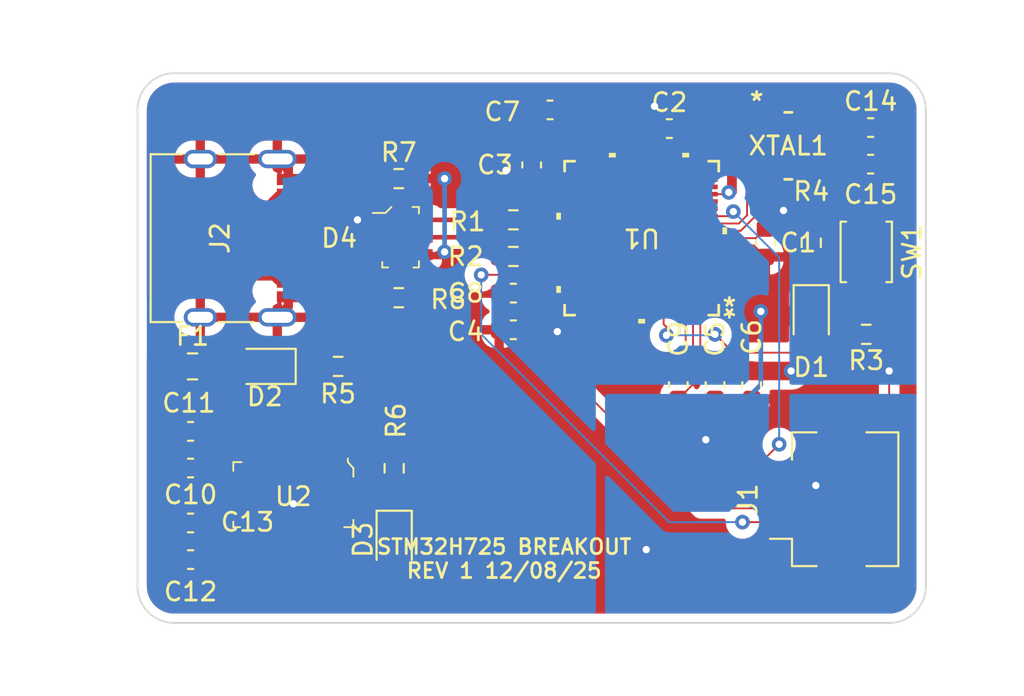
<source format=kicad_pcb>
(kicad_pcb (version 20211014) (generator pcbnew)
  (layers (0 "F.Cu" signal) (31 "B.Cu" signal) (34 "B.Paste" user) (35 "F.Paste" user) (36 "B.SilkS" user "B.Silkscreen") (37 "F.SilkS" user "F.Silkscreen") (38 "B.Mask" user) (39 "F.Mask" user) (44 "Edge.Cuts" user))
  (net 0 "")
  (net 1 "GND")
  (net 2 "+5V")
  (net 3 "+3V3")
  (net 4 "Net-(D1-Pad1)")
  (net 5 "Net-(D1-Pad2)")
  (net 6 "Net-(D2-Pad1)")
  (net 7 "USB_D+")
  (net 8 "USB_D-")
  (net 16 "OSC_IN")
  (net 17 "OSC_OUT")
  (net 18 "NRST")
  (net 21 "+3.3VA")
  (net 46 "SWDIO")
  (net 47 "SWCLK")
  (net 53 "SWO")
  (net 61 "Net-(D3-Pad1)")
  (net 62 "Net-(C7-Pad1)")
  (net 63 "Net-(C8-Pad1)")
  (net 64 "Net-(C9-Pad1)")
  (net 65 "Net-(C14-Pad1)")
  (net 66 "Net-(C15-Pad1)")
  (net 67 "Net-(U1-Pad46)")
  (net 68 "Net-(U1-Pad47)")
  (net 69 "Net-(R3-Pad1)")
  (net 70 "Net-(J2-PadA7)")
  (net 71 "Net-(J2-PadA6)")
  (net 72 "Net-(J2-PadA4)")
  (net 73 "Net-(J2-PadA5)")
  (net 75 "Net-(J2-PadB5)")
  (net 77 "SDO")
  (footprint "Capacitor_SMD:C_0603_1608Metric" (layer "F.Cu") (at 24.394983 52.54556 180)
    (fp_text reference "C13" (at -3.105017 0.04556) (layer "F.SilkS"))
    (fp_text value "1u")
    (pad "1" smd roundrect (at -0.775 0 180) (size 0.9 0.95) (layers "F.Cu" "F.Paste" "F.Mask") (net 3 "+3V3"))
    (pad "2" smd roundrect (at 0.775 0 180) (size 0.9 0.95) (layers "F.Cu" "F.Paste" "F.Mask") (net 1 "GND"))
  )
  (footprint "Capacitor_SMD:C_0603_1608Metric" (layer "F.Cu") (at 50.51 31.02)
    (fp_text reference "C2" (at 0 -1.43) (layer "F.SilkS"))
    (fp_text value "0.1u")
    (pad "1" smd roundrect (at -0.775 0) (size 0.9 0.95) (layers "F.Cu" "F.Paste" "F.Mask") (net 3 "+3V3"))
    (pad "2" smd roundrect (at 0.775 0) (size 0.9 0.95) (layers "F.Cu" "F.Paste" "F.Mask") (net 1 "GND"))
  )
  (footprint "Capacitor_SMD:C_0603_1608Metric" (layer "F.Cu") (at 55 45 -90)
    (fp_text reference "C6" (at -2.6 0 -90) (layer "F.SilkS"))
    (fp_text value "4.7u")
    (pad "1" smd roundrect (at -0.775 0 270) (size 0.9 0.95) (layers "F.Cu" "F.Paste" "F.Mask") (net 3 "+3V3"))
    (pad "2" smd roundrect (at 0.775 0 270) (size 0.9 0.95) (layers "F.Cu" "F.Paste" "F.Mask") (net 1 "GND"))
  )
  (footprint "Resistor_SMD:R_0603_1608Metric" (layer "F.Cu") (at 35.75 33.75)
    (fp_text reference "R7" (at 0 -1.43) (layer "F.SilkS"))
    (fp_text value "5.1k")
    (pad "1" smd roundrect (at -0.825 0) (size 0.8 0.95) (layers "F.Cu" "F.Paste" "F.Mask") (net 73 "Net-(J2-PadA5)"))
    (pad "2" smd roundrect (at 0.825 0) (size 0.8 0.95) (layers "F.Cu" "F.Paste" "F.Mask") (net 1 "GND"))
  )
  (footprint "LED_SMD:LED_0805_2012Metric" (layer "F.Cu") (at 35.5 53.5625 -90)
    (fp_text reference "D3" (at -0.1 1.7 90) (layer "F.SilkS"))
    (fp_text value "LED")
    (pad "1" smd roundrect (at -0.9375 0 270) (size 0.975 1.4) (layers "F.Cu" "F.Paste" "F.Mask") (net 61 "Net-(D3-Pad1)"))
    (pad "2" smd roundrect (at 0.9375 0 270) (size 0.975 1.4) (layers "F.Cu" "F.Paste" "F.Mask") (net 3 "+3V3"))
  )
  (footprint "Capacitor_SMD:C_0603_1608Metric" (layer "F.Cu") (at 42 40 180)
    (fp_text reference "C8" (at 2.6 0) (layer "F.SilkS"))
    (fp_text value "2.2u")
    (pad "1" smd roundrect (at -0.775 0 180) (size 0.9 0.95) (layers "F.Cu" "F.Paste" "F.Mask") (net 63 "Net-(C8-Pad1)"))
    (pad "2" smd roundrect (at 0.775 0 180) (size 0.9 0.95) (layers "F.Cu" "F.Paste" "F.Mask") (net 1 "GND"))
  )
  (footprint "Capacitor_SMD:C_0603_1608Metric" (layer "F.Cu") (at 24.394983 49.54556 180)
    (fp_text reference "C10" (at 0 -1.45444) (layer "F.SilkS"))
    (fp_text value "22u")
    (pad "1" smd roundrect (at -0.775 0 180) (size 0.9 0.95) (layers "F.Cu" "F.Paste" "F.Mask") (net 2 "+5V"))
    (pad "2" smd roundrect (at 0.775 0 180) (size 0.9 0.95) (layers "F.Cu" "F.Paste" "F.Mask") (net 1 "GND"))
  )
  (footprint "LED_SMD:LED_0805_2012Metric" (layer "F.Cu") (at 58.25 41.25 -90)
    (fp_text reference "D1" (at 2.8 0) (layer "F.SilkS"))
    (fp_text value "LED")
    (pad "1" smd roundrect (at -0.9375 0 270) (size 0.975 1.4) (layers "F.Cu" "F.Paste" "F.Mask") (net 4 "Net-(D1-Pad1)"))
    (pad "2" smd roundrect (at 0.9375 0 270) (size 0.975 1.4) (layers "F.Cu" "F.Paste" "F.Mask") (net 5 "Net-(D1-Pad2)"))
  )
  (footprint "Button_Switch_SMD:SW_SPST_B3U-1000P" (layer "F.Cu") (at 61.25 37.75 -90)
    (fp_text reference "SW1" (at 0 -2.5 90) (layer "F.SilkS"))
    (fp_text value "SW_SPDT")
    (pad "1" smd rect (at -1.7 0 270) (size 0.9 1.7) (layers "F.Cu" "F.Paste" "F.Mask") (net 3 "+3V3"))
    (pad "2" smd rect (at 1.7 0 270) (size 0.9 1.7) (layers "F.Cu" "F.Paste" "F.Mask") (net 5 "Net-(D1-Pad2)"))
  )
  (footprint "Resistor_SMD:R_0603_1608Metric" (layer "F.Cu") (at 35.75 40.25)
    (fp_text reference "R8" (at 2.7 0.1) (layer "F.SilkS"))
    (fp_text value "5.1k")
    (pad "1" smd roundrect (at -0.825 0) (size 0.8 0.95) (layers "F.Cu" "F.Paste" "F.Mask") (net 75 "Net-(J2-PadB5)"))
    (pad "2" smd roundrect (at 0.825 0) (size 0.8 0.95) (layers "F.Cu" "F.Paste" "F.Mask") (net 1 "GND"))
  )
  (footprint "Capacitor_SMD:C_0603_1608Metric" (layer "F.Cu") (at 51 45 -90)
    (fp_text reference "C9" (at -2.5 0 90) (layer "F.SilkS"))
    (fp_text value "2.2u")
    (pad "1" smd roundrect (at -0.775 0 270) (size 0.9 0.95) (layers "F.Cu" "F.Paste" "F.Mask") (net 64 "Net-(C9-Pad1)"))
    (pad "2" smd roundrect (at 0.775 0 270) (size 0.9 0.95) (layers "F.Cu" "F.Paste" "F.Mask") (net 1 "GND"))
  )
  (footprint "RH100_8_00_10_1010_EXT_TR:RH100_RAL" (layer "F.Cu") (at 57 31.9605)
    (fp_text reference "XTAL1" (at 0 0 unlocked) (layer "F.SilkS"))
    (fp_text value "RH100-8.000-10-1010-EXT-TR")
    (fp_text user "*" (at -1.7272 -2.413 unlocked) (layer "F.SilkS"))
    (fp_text user "*" (at -1.7272 -2.413) (layer "F.SilkS"))
    (pad "1" smd rect (at -1.1684 -1.4605) (size 1.27 1.397) (layers "F.Cu" "F.Paste" "F.Mask") (net 17 "OSC_OUT"))
    (pad "2" smd rect (at -1.1684 1.4605) (size 1.27 1.397) (layers "F.Cu" "F.Paste" "F.Mask") (net 66 "Net-(C15-Pad1)"))
    (pad "3" smd rect (at 1.1684 1.4605) (size 1.27 1.397) (layers "F.Cu" "F.Paste" "F.Mask") (net 16 "OSC_IN"))
    (pad "4" smd rect (at 1.1684 -1.4605) (size 1.27 1.397) (layers "F.Cu" "F.Paste" "F.Mask") (net 65 "Net-(C14-Pad1)"))
  )
  (footprint "Resistor_SMD:R_0603_1608Metric" (layer "F.Cu") (at 58.25 37.25 90)
    (fp_text reference "R4" (at 2.8 0) (layer "F.SilkS"))
    (fp_text value "330")
    (pad "1" smd roundrect (at -0.825 0 90) (size 0.8 0.95) (layers "F.Cu" "F.Paste" "F.Mask") (net 4 "Net-(D1-Pad1)"))
    (pad "2" smd roundrect (at 0.825 0 90) (size 0.8 0.95) (layers "F.Cu" "F.Paste" "F.Mask") (net 1 "GND"))
  )
  (footprint "digikey-footprints:SOT23-6L" (layer "F.Cu") (at 35.85 36.95 -90)
    (fp_text reference "D4" (at 0.05 3.35 180) (layer "F.SilkS"))
    (fp_text value "USBLC6-4SC6")
    (pad "1" smd rect locked (at -0.95 1.15 270) (size 0.6 1.2) (layers "F.Cu" "F.Paste" "F.Mask") (net 3 "+3V3"))
    (pad "2" smd rect locked (at 0 1.15 270) (size 0.6 1.2) (layers "F.Cu" "F.Paste" "F.Mask") (net 70 "Net-(J2-PadA7)"))
    (pad "3" smd rect locked (at 0.95 1.15 270) (size 0.6 1.2) (layers "F.Cu" "F.Paste" "F.Mask") (net 71 "Net-(J2-PadA6)"))
    (pad "4" smd rect locked (at 0.95 -1.15 270) (size 0.6 1.2) (layers "F.Cu" "F.Paste" "F.Mask") (net 1 "GND"))
    (pad "5" smd rect locked (at 0 -1.15 270) (size 0.6 1.2) (layers "F.Cu" "F.Paste" "F.Mask") (net 7 "USB_D+"))
    (pad "6" smd rect locked (at -0.95 -1.15 270) (size 0.6 1.2) (layers "F.Cu" "F.Paste" "F.Mask") (net 8 "USB_D-"))
  )
  (footprint "LED_SMD:LED_0805_2012Metric" (layer "F.Cu") (at 28.44375 44 180)
    (fp_text reference "D2" (at 0 -1.65) (layer "F.SilkS"))
    (fp_text value "LED")
    (pad "1" smd roundrect (at -0.9375 0 180) (size 0.975 1.4) (layers "F.Cu" "F.Paste" "F.Mask") (net 6 "Net-(D2-Pad1)"))
    (pad "2" smd roundrect (at 0.9375 0 180) (size 0.975 1.4) (layers "F.Cu" "F.Paste" "F.Mask") (net 2 "+5V"))
  )
  (footprint "Resistor_SMD:R_0603_1608Metric" (layer "F.Cu") (at 35.5 49.5625 90)
    (fp_text reference "R6" (at 2.6 0.1 90) (layer "F.SilkS"))
    (fp_text value "330")
    (pad "1" smd roundrect (at -0.825 0 90) (size 0.8 0.95) (layers "F.Cu" "F.Paste" "F.Mask") (net 61 "Net-(D3-Pad1)"))
    (pad "2" smd roundrect (at 0.825 0 90) (size 0.8 0.95) (layers "F.Cu" "F.Paste" "F.Mask") (net 1 "GND"))
  )
  (footprint "Connector_FFC-FPC:Hirose_FH12-8S-0.5SH_1x08-1MP_P0.50mm_Horizontal" (layer "F.Cu") (at 58.5 51.25 90)
    (fp_text reference "J1" (at 0 -3.7 90) (layer "F.SilkS"))
    (fp_text value "Conn_01x06")
    (pad "1" smd rect (at -1.75 -1.85 90) (size 0.3 1.3) (layers "F.Cu" "F.Paste" "F.Mask") (net 3 "+3V3"))
    (pad "2" smd rect (at -1.25 -1.85 90) (size 0.3 1.3) (layers "F.Cu" "F.Paste" "F.Mask") (net 46 "SWDIO"))
    (pad "3" smd rect (at -0.75 -1.85 90) (size 0.3 1.3) (layers "F.Cu" "F.Paste" "F.Mask") (net 47 "SWCLK"))
    (pad "4" smd rect (at -0.25 -1.85 90) (size 0.3 1.3) (layers "F.Cu" "F.Paste" "F.Mask") (net 77 "SDO"))
    (pad "5" smd rect (at 0.25 -1.85 90) (size 0.3 1.3) (layers "F.Cu" "F.Paste" "F.Mask") (net 18 "NRST"))
    (pad "6" smd rect (at 0.75 -1.85 90) (size 0.3 1.3) (layers "F.Cu" "F.Paste" "F.Mask") (net 1 "GND"))
    (pad "7" smd rect (at 1.25 -1.85 90) (size 0.3 1.3) (layers "F.Cu" "F.Paste" "F.Mask"))
    (pad "8" smd rect (at 1.75 -1.85 90) (size 0.3 1.3) (layers "F.Cu" "F.Paste" "F.Mask"))
    (pad "MP" smd rect (at -3.65 1.4 90) (size 1.8 2.2) (layers "F.Cu" "F.Paste" "F.Mask"))
    (pad "MP" smd rect (at 3.65 1.4 90) (size 1.8 2.2) (layers "F.Cu" "F.Paste" "F.Mask"))
  )
  (footprint "Capacitor_SMD:C_0603_1608Metric" (layer "F.Cu") (at 43 33 90)
    (fp_text reference "C3" (at 0 -2 180) (layer "F.SilkS"))
    (fp_text value "0.1u")
    (pad "1" smd roundrect (at -0.775 0 90) (size 0.9 0.95) (layers "F.Cu" "F.Paste" "F.Mask") (net 3 "+3V3"))
    (pad "2" smd roundrect (at 0.775 0 90) (size 0.9 0.95) (layers "F.Cu" "F.Paste" "F.Mask") (net 1 "GND"))
  )
  (footprint "Fuse:Fuse_0805_2012Metric" (layer "F.Cu") (at 24.5 44)
    (fp_text reference "F1" (at 0 -1.65) (layer "F.SilkS"))
    (fp_text value "500mA")
    (pad "1" smd roundrect (at -0.9375 0) (size 0.975 1.4) (layers "F.Cu" "F.Paste" "F.Mask") (net 72 "Net-(J2-PadA4)"))
    (pad "2" smd roundrect (at 0.9375 0) (size 0.975 1.4) (layers "F.Cu" "F.Paste" "F.Mask") (net 2 "+5V"))
  )
  (footprint "Capacitor_SMD:C_0603_1608Metric" (layer "F.Cu") (at 44 30 180)
    (fp_text reference "C7" (at 2.6 -0.1) (layer "F.SilkS"))
    (fp_text value "2.2u")
    (pad "1" smd roundrect (at -0.775 0 180) (size 0.9 0.95) (layers "F.Cu" "F.Paste" "F.Mask") (net 62 "Net-(C7-Pad1)"))
    (pad "2" smd roundrect (at 0.775 0 180) (size 0.9 0.95) (layers "F.Cu" "F.Paste" "F.Mask") (net 1 "GND"))
  )
  (footprint "Connector_USB:USB_C_Receptacle_G-Switch_GT-USB-7010ASV" (layer "F.Cu") (at 26 37 -90)
    (fp_text reference "J2" (at 0 0 90) (layer "F.SilkS"))
    (fp_text value "USB_C_Receptacle_USB2.0" hide)
    (pad "" np_thru_hole circle (at -2.89 -2.605 270) (size 0.65 0.65) (drill 0.65) (layers *.Cu *.Mask))
    (pad "" np_thru_hole circle (at 2.89 -2.605 270) (size 0.65 0.65) (drill 0.65) (layers *.Cu *.Mask))
    (pad "A1" smd rect (at -3.2 -3.725 270) (size 0.6 1.24) (layers "F.Cu" "F.Paste" "F.Mask") (net 1 "GND"))
    (pad "A4" smd rect (at -2.4 -3.725 270) (size 0.6 1.24) (layers "F.Cu" "F.Paste" "F.Mask") (net 72 "Net-(J2-PadA4)"))
    (pad "A5" smd rect (at -1.25 -3.725 270) (size 0.3 1.24) (layers "F.Cu" "F.Paste" "F.Mask") (net 73 "Net-(J2-PadA5)"))
    (pad "A6" smd rect (at -0.25 -3.725 270) (size 0.3 1.24) (layers "F.Cu" "F.Paste" "F.Mask") (net 71 "Net-(J2-PadA6)"))
    (pad "A7" smd rect (at 0.25 -3.725 270) (size 0.3 1.24) (layers "F.Cu" "F.Paste" "F.Mask") (net 70 "Net-(J2-PadA7)"))
    (pad "A8" smd rect (at 1.25 -3.725 270) (size 0.3 1.24) (layers "F.Cu" "F.Paste" "F.Mask"))
    (pad "A9" smd rect (at 2.4 -3.725 270) (size 0.6 1.24) (layers "F.Cu" "F.Paste" "F.Mask") (net 72 "Net-(J2-PadA4)"))
    (pad "A12" smd rect (at 3.2 -3.725 270) (size 0.6 1.24) (layers "F.Cu" "F.Paste" "F.Mask") (net 1 "GND"))
    (pad "B1" smd rect (at 3.2 -3.725 270) (size 0.6 1.24) (layers "F.Cu" "F.Paste" "F.Mask") (net 1 "GND"))
    (pad "B4" smd rect (at 2.4 -3.725 270) (size 0.6 1.24) (layers "F.Cu" "F.Paste" "F.Mask") (net 72 "Net-(J2-PadA4)"))
    (pad "B5" smd rect (at 1.75 -3.725 270) (size 0.3 1.24) (layers "F.Cu" "F.Paste" "F.Mask") (net 75 "Net-(J2-PadB5)"))
    (pad "B6" smd rect (at 0.75 -3.725 270) (size 0.3 1.24) (layers "F.Cu" "F.Paste" "F.Mask") (net 71 "Net-(J2-PadA6)"))
    (pad "B7" smd rect (at -0.75 -3.725 270) (size 0.3 1.24) (layers "F.Cu" "F.Paste" "F.Mask") (net 70 "Net-(J2-PadA7)"))
    (pad "B8" smd rect (at -1.75 -3.725 270) (size 0.3 1.24) (layers "F.Cu" "F.Paste" "F.Mask"))
    (pad "B9" smd rect (at -2.4 -3.725 270) (size 0.6 1.24) (layers "F.Cu" "F.Paste" "F.Mask") (net 72 "Net-(J2-PadA4)"))
    (pad "B12" smd rect (at -3.2 -3.725 270) (size 0.6 1.24) (layers "F.Cu" "F.Paste" "F.Mask") (net 1 "GND"))
    (pad "S1" thru_hole oval (at 4.32 1.075 270) (size 1 1.8) (drill oval 0.6 1.4) (layers *.Cu *.Mask) (net 1 "GND"))
    (pad "S1" thru_hole oval (at -4.32 1.075 270) (size 1 1.8) (drill oval 0.6 1.4) (layers *.Cu *.Mask) (net 1 "GND"))
    (pad "S1" thru_hole oval (at 4.32 -3.125 270) (size 1 2.1) (drill oval 0.6 1.7) (layers *.Cu *.Mask) (net 1 "GND"))
    (pad "S1" thru_hole oval (at -4.32 -3.125 270) (size 1 2.1) (drill oval 0.6 1.7) (layers *.Cu *.Mask) (net 1 "GND"))
  )
  (footprint "Resistor_SMD:R_0603_1608Metric" (layer "F.Cu") (at 42 36)
    (fp_text reference "R1" (at -2.5 0.1) (layer "F.SilkS"))
    (fp_text value "22")
    (pad "1" smd roundrect (at -0.825 0) (size 0.8 0.95) (layers "F.Cu" "F.Paste" "F.Mask") (net 8 "USB_D-"))
    (pad "2" smd roundrect (at 0.825 0) (size 0.8 0.95) (layers "F.Cu" "F.Paste" "F.Mask") (net 67 "Net-(U1-Pad46)"))
  )
  (footprint "Resistor_SMD:R_0603_1608Metric" (layer "F.Cu") (at 61.25 42.25 180)
    (fp_text reference "R3" (at 0 -1.43) (layer "F.SilkS"))
    (fp_text value "22")
    (pad "1" smd roundrect (at -0.825 0 180) (size 0.8 0.95) (layers "F.Cu" "F.Paste" "F.Mask") (net 69 "Net-(R3-Pad1)"))
    (pad "2" smd roundrect (at 0.825 0 180) (size 0.8 0.95) (layers "F.Cu" "F.Paste" "F.Mask") (net 5 "Net-(D1-Pad2)"))
  )
  (footprint "Capacitor_SMD:C_0603_1608Metric" (layer "F.Cu") (at 24.394983 54.54556 180)
    (fp_text reference "C12" (at 0 -1.75444) (layer "F.SilkS"))
    (fp_text value "10u")
    (pad "1" smd roundrect (at -0.775 0 180) (size 0.9 0.95) (layers "F.Cu" "F.Paste" "F.Mask") (net 3 "+3V3"))
    (pad "2" smd roundrect (at 0.775 0 180) (size 0.9 0.95) (layers "F.Cu" "F.Paste" "F.Mask") (net 1 "GND"))
  )
  (footprint "stm32h725rgtv6:VFQFPN68_8x8mm_STM" (layer "F.Cu") (at 49 37 180)
    (fp_text reference "U1" (at 0 0 180 unlocked) (layer "F.SilkS"))
    (fp_text value "STM32H725RGV6")
    (fp_text user "*" (at -4.785 -3.781 180 unlocked) (layer "F.SilkS"))
    (fp_text user "*" (at -4.785 -3.781 180) (layer "F.SilkS"))
    (pad "1" smd rect (at -3.824999 -3.199999 270) (size 0.25 0.65) (layers "F.Cu" "F.Paste" "F.Mask"))
    (pad "2" smd rect (at -3.824999 -2.799999 270) (size 0.25 0.65) (layers "F.Cu" "F.Paste" "F.Mask"))
    (pad "3" smd rect (at -3.824999 -2.4 270) (size 0.25 0.65) (layers "F.Cu" "F.Paste" "F.Mask"))
    (pad "4" smd rect (at -3.824999 -2.000001 270) (size 0.25 0.65) (layers "F.Cu" "F.Paste" "F.Mask"))
    (pad "5" smd rect (at -3.824999 -1.599999 270) (size 0.25 0.65) (layers "F.Cu" "F.Paste" "F.Mask"))
    (pad "6" smd rect (at -3.824999 -1.2 270) (size 0.25 0.65) (layers "F.Cu" "F.Paste" "F.Mask"))
    (pad "7" smd rect (at -3.824999 -0.800001 270) (size 0.25 0.65) (layers "F.Cu" "F.Paste" "F.Mask"))
    (pad "8" smd rect (at -3.824999 -0.399999 270) (size 0.25 0.65) (layers "F.Cu" "F.Paste" "F.Mask") (net 1 "GND"))
    (pad "9" smd rect (at -3.824999 0 270) (size 0.25 0.65) (layers "F.Cu" "F.Paste" "F.Mask") (net 3 "+3V3"))
    (pad "10" smd rect (at -3.824999 0.399999 270) (size 0.25 0.65) (layers "F.Cu" "F.Paste" "F.Mask") (net 16 "OSC_IN"))
    (pad "11" smd rect (at -3.824999 0.800001 270) (size 0.25 0.65) (layers "F.Cu" "F.Paste" "F.Mask") (net 17 "OSC_OUT"))
    (pad "12" smd rect (at -3.824999 1.2 270) (size 0.25 0.65) (layers "F.Cu" "F.Paste" "F.Mask") (net 18 "NRST"))
    (pad "13" smd rect (at -3.824999 1.599999 270) (size 0.25 0.65) (layers "F.Cu" "F.Paste" "F.Mask"))
    (pad "14" smd rect (at -3.824999 1.999999 270) (size 0.25 0.65) (layers "F.Cu" "F.Paste" "F.Mask"))
    (pad "15" smd rect (at -3.824999 2.4 270) (size 0.25 0.65) (layers "F.Cu" "F.Paste" "F.Mask") (net 1 "GND"))
    (pad "16" smd rect (at -3.824999 2.799999 270) (size 0.25 0.65) (layers "F.Cu" "F.Paste" "F.Mask") (net 21 "+3.3VA"))
    (pad "17" smd rect (at -3.824999 3.199999 270) (size 0.25 0.65) (layers "F.Cu" "F.Paste" "F.Mask"))
    (pad "18" smd rect (at -3.199999 3.824999 180) (size 0.25 0.65) (layers "F.Cu" "F.Paste" "F.Mask"))
    (pad "19" smd rect (at -2.799999 3.824999 180) (size 0.25 0.65) (layers "F.Cu" "F.Paste" "F.Mask"))
    (pad "20" smd rect (at -2.4 3.824999 180) (size 0.25 0.65) (layers "F.Cu" "F.Paste" "F.Mask"))
    (pad "21" smd rect (at -1.999999 3.824999 180) (size 0.25 0.65) (layers "F.Cu" "F.Paste" "F.Mask") (net 1 "GND"))
    (pad "22" smd rect (at -1.599999 3.824999 180) (size 0.25 0.65) (layers "F.Cu" "F.Paste" "F.Mask") (net 3 "+3V3"))
    (pad "23" smd rect (at -1.2 3.824999 180) (size 0.25 0.65) (layers "F.Cu" "F.Paste" "F.Mask"))
    (pad "24" smd rect (at -0.800001 3.824999 180) (size 0.25 0.65) (layers "F.Cu" "F.Paste" "F.Mask"))
    (pad "25" smd rect (at -0.399999 3.824999 180) (size 0.25 0.65) (layers "F.Cu" "F.Paste" "F.Mask"))
    (pad "26" smd rect (at 0 3.824999 180) (size 0.25 0.65) (layers "F.Cu" "F.Paste" "F.Mask"))
    (pad "27" smd rect (at 0.399999 3.824999 180) (size 0.25 0.65) (layers "F.Cu" "F.Paste" "F.Mask"))
    (pad "28" smd rect (at 0.800001 3.824999 180) (size 0.25 0.65) (layers "F.Cu" "F.Paste" "F.Mask"))
    (pad "29" smd rect (at 1.2 3.824999 180) (size 0.25 0.65) (layers "F.Cu" "F.Paste" "F.Mask"))
    (pad "30" smd rect (at 1.599999 3.824999 180) (size 0.25 0.65) (layers "F.Cu" "F.Paste" "F.Mask"))
    (pad "31" smd rect (at 1.999999 3.824999 180) (size 0.25 0.65) (layers "F.Cu" "F.Paste" "F.Mask"))
    (pad "32" smd rect (at 2.4 3.824999 180) (size 0.25 0.65) (layers "F.Cu" "F.Paste" "F.Mask"))
    (pad "33" smd rect (at 2.799999 3.824999 180) (size 0.25 0.65) (layers "F.Cu" "F.Paste" "F.Mask") (net 62 "Net-(C7-Pad1)"))
    (pad "34" smd rect (at 3.199999 3.824999 180) (size 0.25 0.65) (layers "F.Cu" "F.Paste" "F.Mask") (net 1 "GND"))
    (pad "35" smd rect (at 3.824999 3.199999 270) (size 0.25 0.65) (layers "F.Cu" "F.Paste" "F.Mask") (net 3 "+3V3"))
    (pad "36" smd rect (at 3.824999 2.799999 270) (size 0.25 0.65) (layers "F.Cu" "F.Paste" "F.Mask"))
    (pad "37" smd rect (at 3.824999 2.4 270) (size 0.25 0.65) (layers "F.Cu" "F.Paste" "F.Mask"))
    (pad "38" smd rect (at 3.824999 1.999999 270) (size 0.25 0.65) (layers "F.Cu" "F.Paste" "F.Mask"))
    (pad "39" smd rect (at 3.824999 1.599999 270) (size 0.25 0.65) (layers "F.Cu" "F.Paste" "F.Mask"))
    (pad "40" smd rect (at 3.824999 1.2 270) (size 0.25 0.65) (layers "F.Cu" "F.Paste" "F.Mask"))
    (pad "41" smd rect (at 3.824999 0.800001 270) (size 0.25 0.65) (layers "F.Cu" "F.Paste" "F.Mask"))
    (pad "42" smd rect (at 3.824999 0.399999 270) (size 0.25 0.65) (layers "F.Cu" "F.Paste" "F.Mask"))
    (pad "43" smd rect (at 3.824999 0 270) (size 0.25 0.65) (layers "F.Cu" "F.Paste" "F.Mask"))
    (pad "44" smd rect (at 3.824999 -0.399999 270) (size 0.25 0.65) (layers "F.Cu" "F.Paste" "F.Mask"))
    (pad "45" smd rect (at 3.824999 -0.800001 270) (size 0.25 0.65) (layers "F.Cu" "F.Paste" "F.Mask"))
    (pad "46" smd rect (at 3.824999 -1.2 270) (size 0.25 0.65) (layers "F.Cu" "F.Paste" "F.Mask") (net 67 "Net-(U1-Pad46)"))
    (pad "47" smd rect (at 3.824999 -1.599999 270) (size 0.25 0.65) (layers "F.Cu" "F.Paste" "F.Mask") (net 68 "Net-(U1-Pad47)"))
    (pad "48" smd rect (at 3.824999 -1.999999 270) (size 0.25 0.65) (layers "F.Cu" "F.Paste" "F.Mask") (net 46 "SWDIO"))
    (pad "49" smd rect (at 3.824999 -2.4 270) (size 0.25 0.65) (layers "F.Cu" "F.Paste" "F.Mask") (net 63 "Net-(C8-Pad1)"))
    (pad "50" smd rect (at 3.824999 -2.799999 270) (size 0.25 0.65) (layers "F.Cu" "F.Paste" "F.Mask") (net 1 "GND"))
    (pad "51" smd rect (at 3.824999 -3.199999 270) (size 0.25 0.65) (layers "F.Cu" "F.Paste" "F.Mask") (net 3 "+3V3"))
    (pad "52" smd rect (at 3.199999 -3.824999 180) (size 0.25 0.65) (layers "F.Cu" "F.Paste" "F.Mask") (net 47 "SWCLK"))
    (pad "53" smd rect (at 2.799999 -3.824999 180) (size 0.25 0.65) (layers "F.Cu" "F.Paste" "F.Mask"))
    (pad "54" smd rect (at 2.4 -3.824999 180) (size 0.25 0.65) (layers "F.Cu" "F.Paste" "F.Mask"))
    (pad "55" smd rect (at 1.999999 -3.824999 180) (size 0.25 0.65) (layers "F.Cu" "F.Paste" "F.Mask"))
    (pad "56" smd rect (at 1.599999 -3.824999 180) (size 0.25 0.65) (layers "F.Cu" "F.Paste" "F.Mask"))
    (pad "57" smd rect (at 1.2 -3.824999 180) (size 0.25 0.65) (layers "F.Cu" "F.Paste" "F.Mask"))
    (pad "58" smd rect (at 0.800001 -3.824999 180) (size 0.25 0.65) (layers "F.Cu" "F.Paste" "F.Mask") (net 53 "SWO"))
    (pad "59" smd rect (at 0.399999 -3.824999 180) (size 0.25 0.65) (layers "F.Cu" "F.Paste" "F.Mask"))
    (pad "60" smd rect (at 0 -3.824999 180) (size 0.25 0.65) (layers "F.Cu" "F.Paste" "F.Mask"))
    (pad "61" smd rect (at -0.399999 -3.824999 180) (size 0.25 0.65) (layers "F.Cu" "F.Paste" "F.Mask"))
    (pad "62" smd rect (at -0.800001 -3.824999 180) (size 0.25 0.65) (layers "F.Cu" "F.Paste" "F.Mask"))
    (pad "63" smd rect (at -1.2 -3.824999 180) (size 0.25 0.65) (layers "F.Cu" "F.Paste" "F.Mask") (net 69 "Net-(R3-Pad1)"))
    (pad "64" smd rect (at -1.599999 -3.824999 180) (size 0.25 0.65) (layers "F.Cu" "F.Paste" "F.Mask"))
    (pad "65" smd rect (at -1.999999 -3.824999 180) (size 0.25 0.65) (layers "F.Cu" "F.Paste" "F.Mask"))
    (pad "66" smd rect (at -2.4 -3.824999 180) (size 0.25 0.65) (layers "F.Cu" "F.Paste" "F.Mask") (net 64 "Net-(C9-Pad1)"))
    (pad "67" smd rect (at -2.799999 -3.824999 180) (size 0.25 0.65) (layers "F.Cu" "F.Paste" "F.Mask") (net 1 "GND"))
    (pad "68" smd rect (at -3.199999 -3.824999 180) (size 0.25 0.65) (layers "F.Cu" "F.Paste" "F.Mask") (net 3 "+3V3"))
    (pad "69" smd rect (at 0 0 180) (size 6.4 6.4) (layers "F.Cu" "F.Mask"))
  )
  (footprint "Capacitor_SMD:C_0603_1608Metric" (layer "F.Cu") (at 55.75 37.25 -90)
    (fp_text reference "C1" (at 0 -1.8 180) (layer "F.SilkS"))
    (fp_text value "0.1u")
    (pad "1" smd roundrect (at -0.775 0 270) (size 0.9 0.95) (layers "F.Cu" "F.Paste" "F.Mask") (net 3 "+3V3"))
    (pad "2" smd roundrect (at 0.775 0 270) (size 0.9 0.95) (layers "F.Cu" "F.Paste" "F.Mask") (net 1 "GND"))
  )
  (footprint "Resistor_SMD:R_0603_1608Metric" (layer "F.Cu") (at 32.44375 44)
    (fp_text reference "R5" (at -0.005017 1.5) (layer "F.SilkS"))
    (fp_text value "330")
    (pad "1" smd roundrect (at -0.825 0) (size 0.8 0.95) (layers "F.Cu" "F.Paste" "F.Mask") (net 6 "Net-(D2-Pad1)"))
    (pad "2" smd roundrect (at 0.825 0) (size 0.8 0.95) (layers "F.Cu" "F.Paste" "F.Mask") (net 1 "GND"))
  )
  (footprint "Capacitor_SMD:C_0603_1608Metric" (layer "F.Cu") (at 24.394983 47.54556 180)
    (fp_text reference "C11" (at 0.094983 1.54556) (layer "F.SilkS"))
    (fp_text value "10u")
    (pad "1" smd roundrect (at -0.775 0 180) (size 0.9 0.95) (layers "F.Cu" "F.Paste" "F.Mask") (net 2 "+5V"))
    (pad "2" smd roundrect (at 0.775 0 180) (size 0.9 0.95) (layers "F.Cu" "F.Paste" "F.Mask") (net 1 "GND"))
  )
  (footprint "Resistor_SMD:R_0603_1608Metric" (layer "F.Cu") (at 42 38)
    (fp_text reference "R2" (at -2.6 0) (layer "F.SilkS"))
    (fp_text value "22")
    (pad "1" smd roundrect (at -0.825 0) (size 0.8 0.95) (layers "F.Cu" "F.Paste" "F.Mask") (net 7 "USB_D+"))
    (pad "2" smd roundrect (at 0.825 0) (size 0.8 0.95) (layers "F.Cu" "F.Paste" "F.Mask") (net 68 "Net-(U1-Pad47)"))
  )
  (footprint "Capacitor_SMD:C_0603_1608Metric" (layer "F.Cu") (at 61.49 32.9605)
    (fp_text reference "C15" (at 0 1.65) (layer "F.SilkS"))
    (fp_text value "10p")
    (pad "1" smd roundrect (at -0.775 0) (size 0.9 0.95) (layers "F.Cu" "F.Paste" "F.Mask") (net 66 "Net-(C15-Pad1)"))
    (pad "2" smd roundrect (at 0.775 0) (size 0.9 0.95) (layers "F.Cu" "F.Paste" "F.Mask") (net 1 "GND"))
  )
  (footprint "digikey-footprints:SOT-223" (layer "F.Cu") (at 30 51 180)
    (fp_text reference "U2" (at 0 -0.1) (layer "F.SilkS"))
    (fp_text value "LD1117S33CTR")
    (pad "1" smd rect locked (at -2.3 3.15 180) (size 1.5 2.2) (layers "F.Cu" "F.Paste" "F.Mask") (net 1 "GND"))
    (pad "2" smd rect locked (at 0 3.15 180) (size 1.5 2.2) (layers "F.Cu" "F.Paste" "F.Mask") (net 3 "+3V3"))
    (pad "3" smd rect locked (at 2.3 3.15 180) (size 1.5 2.2) (layers "F.Cu" "F.Paste" "F.Mask") (net 2 "+5V"))
    (pad "4" smd rect locked (at 0 -3.15 180) (size 3.8 2.2) (layers "F.Cu" "F.Paste" "F.Mask") (net 3 "+3V3"))
  )
  (footprint "Capacitor_SMD:C_0603_1608Metric" (layer "F.Cu") (at 42 42 180)
    (fp_text reference "C4" (at 2.6 -0.1) (layer "F.SilkS"))
    (fp_text value "0.1u")
    (pad "1" smd roundrect (at -0.775 0 180) (size 0.9 0.95) (layers "F.Cu" "F.Paste" "F.Mask") (net 3 "+3V3"))
    (pad "2" smd roundrect (at 0.775 0 180) (size 0.9 0.95) (layers "F.Cu" "F.Paste" "F.Mask") (net 1 "GND"))
  )
  (footprint "Capacitor_SMD:C_0603_1608Metric" (layer "F.Cu") (at 53 45 -90)
    (fp_text reference "C5" (at -2.5 0 90) (layer "F.SilkS"))
    (fp_text value "0.1u")
    (pad "1" smd roundrect (at -0.775 0 270) (size 0.9 0.95) (layers "F.Cu" "F.Paste" "F.Mask") (net 3 "+3V3"))
    (pad "2" smd roundrect (at 0.775 0 270) (size 0.9 0.95) (layers "F.Cu" "F.Paste" "F.Mask") (net 1 "GND"))
  )
  (footprint "Capacitor_SMD:C_0603_1608Metric" (layer "F.Cu") (at 61.49 30.9605)
    (fp_text reference "C14" (at 0 -1.43) (layer "F.SilkS"))
    (fp_text value "10p")
    (pad "1" smd roundrect (at -0.775 0) (size 0.9 0.95) (layers "F.Cu" "F.Paste" "F.Mask") (net 65 "Net-(C14-Pad1)"))
    (pad "2" smd roundrect (at 0.775 0) (size 0.9 0.95) (layers "F.Cu" "F.Paste" "F.Mask") (net 1 "GND"))
  )
  (gr_arc (start 21.5 30) (mid 22.085786 28.585786) (end 23.5 28) (layer "Edge.Cuts") (width 0.1))
  (gr_line (start 64.5 30) (end 64.5 56) (layer "Edge.Cuts") (width 0.1))
  (gr_arc (start 64.5 56) (mid 63.914214 57.414214) (end 62.5 58) (layer "Edge.Cuts") (width 0.1))
  (gr_arc (start 23.5 58) (mid 22.085786 57.414214) (end 21.5 56) (layer "Edge.Cuts") (width 0.1))
  (gr_line (start 62.5 58) (end 23.5 58) (layer "Edge.Cuts") (width 0.1))
  (gr_arc (start 62.5 28) (mid 63.914214 28.585786) (end 64.5 30) (layer "Edge.Cuts") (width 0.1))
  (gr_line (start 62.5 28) (end 23.5 28) (layer "Edge.Cuts") (width 0.1))
  (gr_line (start 21.5 56) (end 21.5 30) (layer "Edge.Cuts") (width 0.1))
  (gr_text "STM32H725 BREAKOUT\nREV 1 12/08/25" (at 41.5 54.5) (layer "F.SilkS") (effects (font (size 0.8128 0.8128) (thickness 0.1524))))
  (segment (start 55.124999 37.399999) (end 55.75 38.025) (width 0.1016) (layer "F.Cu") (net 1))
  (segment (start 51.799999 44.975001) (end 51 45.775) (width 0.1016) (layer "F.Cu") (net 1))
  (segment (start 29.725 33.8) (end 29.725 33.28) (width 0.508) (layer "F.Cu") (net 1))
  (segment (start 53.3766 34.6) (end 52.824999 34.6) (width 0.1016) (layer "F.Cu") (net 1))
  (segment (start 50.999999 31.305001) (end 51.285 31.02) (width 0.1016) (layer "F.Cu") (net 1))
  (segment (start 55.751598 39.775) (end 56 39.775) (width 0.1016) (layer "F.Cu") (net 1))
  (segment (start 52.824999 37.399999) (end 55.124999 37.399999) (width 0.1016) (layer "F.Cu") (net 1))
  (segment (start 29.725 33.28) (end 29.125 32.68) (width 0.508) (layer "F.Cu") (net 1))
  (segment (start 50.999999 33.175001) (end 50.999999 31.305001) (width 0.1016) (layer "F.Cu") (net 1))
  (segment (start 45.175001 39.799999) (end 44.122884 39.799999) (width 0.1016) (layer "F.Cu") (net 1))
  (segment (start 29.725 40.72) (end 29.125 41.32) (width 0.508) (layer "F.Cu") (net 1))
  (segment (start 38.25 37.75) (end 38.1 37.9) (width 0.254) (layer "F.Cu") (net 1))
  (segment (start 36.575 33.75) (end 38.25 33.75) (width 0.254) (layer "F.Cu") (net 1))
  (segment (start 45.800001 33.175001) (end 43.950001 33.175001) (width 0.1016) (layer "F.Cu") (net 1))
  (segment (start 51.799999 40.824999) (end 51.799999 44.975001) (width 0.1016) (layer "F.Cu") (net 1))
  (segment (start 44.122884 39.799999) (end 42.922883 41) (width 0.1016) (layer "F.Cu") (net 1))
  (segment (start 38.1 37.9) (end 37 37.9) (width 0.254) (layer "F.Cu") (net 1))
  (segment (start 29.725 40.2) (end 29.725 40.72) (width 0.508) (layer "F.Cu") (net 1))
  (segment (start 53.4766 34.5) (end 53.3766 34.6) (width 0.1016) (layer "F.Cu") (net 1))
  (segment (start 42.922883 41) (end 42.225 41) (width 0.1016) (layer "F.Cu") (net 1))
  (segment (start 56.65 50.5) (end 58.5 50.5) (width 0.1016) (layer "F.Cu") (net 1))
  (segment (start 43.950001 33.175001) (end 43 32.225) (width 0.1016) (layer "F.Cu") (net 1))
  (segment (start 42.225 41) (end 41.225 40) (width 0.1016) (layer "F.Cu") (net 1))
  (segment (start 53.75 34.5) (end 53.4766 34.5) (width 0.1016) (layer "F.Cu") (net 1))
  (via (at 38.25 37.75) (size 0.8) (drill 0.4) (layers "F.Cu" "B.Cu") (net 1))
  (via (at 58.5 50.5) (size 0.8) (drill 0.4) (layers "F.Cu" "B.Cu") (net 1))
  (via (at 52.5 48) (size 0.8) (drill 0.4) (layers "F.Cu" "B.Cu") (net 1))
  (via (at 38.25 33.75) (size 0.8) (drill 0.4) (layers "F.Cu" "B.Cu") (net 1))
  (via (at 53.75 34.5) (size 0.8) (drill 0.4) (layers "F.Cu" "B.Cu") (net 1))
  (via (at 55.5 41) (size 0.8) (drill 0.4) (layers "F.Cu" "B.Cu") (net 1))
  (via (at 49.25 54) (size 0.8) (drill 0.4) (layers "F.Cu" "B.Cu") (net 1))
  (segment (start 38.25 33.75) (end 38.25 37.75) (width 0.254) (layer "B.Cu") (net 1))
  (segment (start 55.5 41) (end 55.5 45) (width 0.254) (layer "B.Cu") (net 1))
  (segment (start 55.5 45) (end 52.5 48) (width 0.254) (layer "B.Cu") (net 1))
  (segment (start 27.7 44.19375) (end 27.50625 44) (width 0.254) (layer "F.Cu") (net 2))
  (segment (start 25.4375 44) (end 25.4375 47.278043) (width 1.016) (layer "F.Cu") (net 2))
  (segment (start 27.7 47.85) (end 27.7 44.19375) (width 0.254) (layer "F.Cu") (net 2))
  (segment (start 27.39556 47.54556) (end 27.7 47.85) (width 1.016) (layer "F.Cu") (net 2))
  (segment (start 25.169983 49.54556) (end 25.169983 47.54556) (width 1.016) (layer "F.Cu") (net 2))
  (segment (start 25.4375 47.278043) (end 25.169983 47.54556) (width 1.016) (layer "F.Cu") (net 2))
  (segment (start 25.169983 47.54556) (end 27.39556 47.54556) (width 1.016) (layer "F.Cu") (net 2))
  (segment (start 43.025001 33.800001) (end 45.175001 33.800001) (width 0.1016) (layer "F.Cu") (net 3))
  (segment (start 42.775 42) (end 44.575001 40.199999) (width 0.1016) (layer "F.Cu") (net 3))
  (segment (start 50.599999 31.884999) (end 50.599999 33.175001) (width 0.1016) (layer "F.Cu") (net 3))
  (segment (start 44.575001 40.199999) (end 45.175001 40.199999) (width 0.1016) (layer "F.Cu") (net 3))
  (segment (start 55.225 37) (end 52.824999 37) (width 0.1016) (layer "F.Cu") (net 3))
  (segment (start 56.65 53) (end 58.25 53) (width 0.1016) (layer "F.Cu") (net 3))
  (segment (start 33.5 36) (end 34.7 36) (width 0.254) (layer "F.Cu") (net 3))
  (segment (start 30 54.15) (end 25.565543 54.15) (width 1.016) (layer "F.Cu") (net 3))
  (segment (start 33.65 54.15) (end 30 54.15) (width 0.254) (layer "F.Cu") (net 3))
  (segment (start 62.5 48.75) (end 62.5 44.25) (width 0.1016) (layer "F.Cu") (net 3))
  (segment (start 35.5 54.5) (end 34 54.5) (width 0.254) (layer "F.Cu") (net 3))
  (segment (start 49.735 31.02) (end 50.599999 31.884999) (width 0.1016) (layer "F.Cu") (net 3))
  (segment (start 57.1503 44.25) (end 55.025 44.25) (width 1.016) (layer "F.Cu") (net 3))
  (segment (start 43 33.775) (end 42.075 33.775) (width 0.1016) (layer "F.Cu") (net 3))
  (segment (start 58.25 53) (end 62.5 48.75) (width 0.1016) (layer "F.Cu") (net 3))
  (segment (start 30 54.15) (end 30 51.5) (width 1.016) (layer "F.Cu") (net 3))
  (segment (start 52.199999 40.824999) (end 52.199999 43.424999) (width 0.1016) (layer "F.Cu") (net 3))
  (segment (start 56.7875 35.4375) (end 56.7375 35.4875) (width 0.254) (layer "F.Cu") (net 3))
  (segment (start 44.4 42.1) (end 44.4 42.4) (width 0.254) (layer "F.Cu") (net 3))
  (segment (start 61.25 36.05) (end 61.60625 36.05) (width 0.254) (layer "F.Cu") (net 3))
  (segment (start 52.199999 43.424999) (end 53 44.225) (width 0.1016) (layer "F.Cu") (net 3))
  (segment (start 60.6375 35.4375) (end 56.7875 35.4375) (width 0.254) (layer "F.Cu") (net 3))
  (segment (start 49.7 30.985) (end 49.7 29.8) (width 0.1016) (layer "F.Cu") (net 3))
  (segment (start 34 54.5) (end 33.65 54.15) (width 0.254) (layer "F.Cu") (net 3))
  (segment (start 55.025 44.25) (end 55 44.225) (width 1.016) (layer "F.Cu") (net 3))
  (segment (start 25.565543 54.15) (end 25.169983 54.54556) (width 1.016) (layer "F.Cu") (net 3))
  (segment (start 56.7375 35.4875) (end 55.75 36.475) (width 0.254) (layer "F.Cu") (net 3))
  (segment (start 42.075 33.775) (end 41.6 33.3) (width 0.1016) (layer "F.Cu") (net 3))
  (segment (start 61.25 36.05) (end 60.6375 35.4375) (width 0.254) (layer "F.Cu") (net 3))
  (segment (start 42.875 42.1) (end 42.775 42) (width 0.254) (layer "F.Cu") (net 3))
  (segment (start 55 44.225) (end 53 44.225) (width 1.016) (layer "F.Cu") (net 3))
  (segment (start 49.735 31.02) (end 49.7 30.985) (width 0.1016) (layer "F.Cu") (net 3))
  (segment (start 55.75 36.475) (end 55.225 37) (width 0.1016) (layer "F.Cu") (net 3))
  (segment (start 43 33.775) (end 43.025001 33.800001) (width 0.1016) (layer "F.Cu") (net 3))
  (segment (start 25.169983 52.54556) (end 25.169983 54.54556) (width 1.016) (layer "F.Cu") (net 3))
  (segment (start 44.4 42.1) (end 42.875 42.1) (width 0.254) (layer "F.Cu") (net 3))
  (via (at 49.7 29.8) (size 0.8) (drill 0.4) (layers "F.Cu" "B.Cu") (net 3))
  (via (at 56.7375 35.4875) (size 0.8) (drill 0.4) (layers "F.Cu" "B.Cu") (net 3))
  (via (at 33.5 36) (size 0.8) (drill 0.4) (layers "F.Cu" "B.Cu") (net 3))
  (via (at 57.1503 44.25) (size 0.8) (drill 0.4) (layers "F.Cu" "B.Cu") (net 3))
  (via (at 41.6 33.3) (size 0.8) (drill 0.4) (layers "F.Cu" "B.Cu") (net 3))
  (via (at 62.5 44.25) (size 0.8) (drill 0.4) (layers "F.Cu" "B.Cu") (net 3))
  (via (at 30 51.5) (size 0.8) (drill 0.4) (layers "F.Cu" "B.Cu") (net 3))
  (via (at 44.4 42.1) (size 0.8) (drill 0.4) (layers "F.Cu" "B.Cu") (net 3))
  (segment (start 58.25 38.075) (end 58.25 40.3125) (width 0.254) (layer "F.Cu") (net 4))
  (segment (start 58.25 42.1875) (end 60.3625 42.1875) (width 0.254) (layer "F.Cu") (net 5))
  (segment (start 61.275 41.4) (end 60.425 42.25) (width 0.254) (layer "F.Cu") (net 5))
  (segment (start 61.275 39.5) (end 61.275 41.4) (width 0.254) (layer "F.Cu") (net 5))
  (segment (start 29.38125 44) (end 31.61875 44) (width 0.254) (layer "F.Cu") (net 6))
  (segment (start 40.125 36.95) (end 41.175 38) (width 0.254) (layer "F.Cu") (net 7))
  (segment (start 40.125 36.95) (end 37 36.95) (width 0.254) (layer "F.Cu") (net 7))
  (segment (start 37 36) (end 41.175 36) (width 0.254) (layer "F.Cu") (net 8))
  (segment (start 54.399999 36.600001) (end 52.824999 36.600001) (width 0.1016) (layer "F.Cu") (net 16))
  (segment (start 58.1684 33.421) (end 58.1684 34.0816) (width 0.1016) (layer "F.Cu") (net 16))
  (segment (start 58.1684 34.0816) (end 57.5 34.75) (width 0.1016) (layer "F.Cu") (net 16))
  (segment (start 57.5 34.75) (end 56.25 34.75) (width 0.1016) (layer "F.Cu") (net 16))
  (segment (start 56.25 34.75) (end 54.399999 36.600001) (width 0.1016) (layer "F.Cu") (net 16))
  (segment (start 55.8316 30.5) (end 55.25 30.5) (width 0.1016) (layer "F.Cu") (net 17))
  (segment (start 55.8316 30.5) (end 55.8316 30.9789) (width 0.1016) (layer "F.Cu") (net 17))
  (segment (start 55.25 30.5) (end 54.75 31) (width 0.1016) (layer "F.Cu") (net 17))
  (segment (start 54.300001 36.199999) (end 52.824999 36.199999) (width 0.1016) (layer "F.Cu") (net 17))
  (segment (start 54.75 31) (end 54.75 35.75) (width 0.1016) (layer "F.Cu") (net 17))
  (segment (start 54.75 35.75) (end 54.300001 36.199999) (width 0.1016) (layer "F.Cu") (net 17))
  (segment (start 56.5 48.25) (end 55.25 49.5) (width 0.1016) (layer "F.Cu") (net 18))
  (segment (start 55.25 49.5) (end 55.25 50.75) (width 0.1016) (layer "F.Cu") (net 18))
  (segment (start 55.25 50.75) (end 55.5 51) (width 0.1016) (layer "F.Cu") (net 18))
  (segment (start 55.5 51) (end 56.65 51) (width 0.1016) (layer "F.Cu") (net 18))
  (segment (start 52.824999 35.8) (end 53.749699 35.8) (width 0.1016) (layer "F.Cu") (net 18))
  (segment (start 53.749699 35.8) (end 54 35.549699) (width 0.1016) (layer "F.Cu") (net 18))
  (via (at 54 35.549699) (size 0.8) (drill 0.4) (layers "F.Cu" "B.Cu") (net 18))
  (via (at 56.5 48.25) (size 0.8) (drill 0.4) (layers "F.Cu" "B.Cu") (net 18))
  (segment (start 56.5 38.049699) (end 54 35.549699) (width 0.1016) (layer "B.Cu") (net 18))
  (segment (start 56.5 48.25) (end 56.5 38.049699) (width 0.1016) (layer "B.Cu") (net 18))
  (segment (start 54.5 52.5) (end 56.65 52.5) (width 0.1016) (layer "F.Cu") (net 46))
  (segment (start 45.175001 38.999999) (end 40.252367 38.999999) (width 0.1016) (layer "F.Cu") (net 46))
  (segment (start 40.252367 38.999999) (end 40.247859 39.004507) (width 0.1016) (layer "F.Cu") (net 46))
  (via (at 54.5 52.5) (size 0.8) (drill 0.4) (layers "F.Cu" "B.Cu") (net 46))
  (via (at 40.247859 39.004507) (size 0.8) (drill 0.4) (layers "F.Cu" "B.Cu") (net 46))
  (segment (start 40.247859 42.247859) (end 50.5 52.5) (width 0.1016) (layer "B.Cu") (net 46))
  (segment (start 50.5 52.5) (end 54.5 52.5) (width 0.1016) (layer "B.Cu") (net 46))
  (segment (start 40.247859 39.004507) (end 40.247859 42.247859) (width 0.1016) (layer "B.Cu") (net 46))
  (segment (start 45.800001 40.824999) (end 45.800001 45.300001) (width 0.1016) (layer "F.Cu") (net 47))
  (segment (start 55.25 51.75) (end 55.5 52) (width 0.1016) (layer "F.Cu") (net 47))
  (segment (start 45.800001 45.300001) (end 52.25 51.75) (width 0.1016) (layer "F.Cu") (net 47))
  (segment (start 52.25 51.75) (end 55.25 51.75) (width 0.1016) (layer "F.Cu") (net 47))
  (segment (start 55.5 52) (end 56.65 52) (width 0.1016) (layer "F.Cu") (net 47))
  (segment (start 35.5 52.625) (end 35.5 50.3875) (width 0.254) (layer "F.Cu") (net 61))
  (segment (start 46.200001 33.175001) (end 46.200001 31.425001) (width 0.1016) (layer "F.Cu") (net 62))
  (segment (start 46.200001 31.425001) (end 44.775 30) (width 0.1016) (layer "F.Cu") (net 62))
  (segment (start 43.375 39.4) (end 42.775 40) (width 0.1016) (layer "F.Cu") (net 63))
  (segment (start 45.175001 39.4) (end 43.375 39.4) (width 0.1016) (layer "F.Cu") (net 63))
  (segment (start 51.4 43.825) (end 51.4 40.824999) (width 0.1016) (layer "F.Cu") (net 64))
  (segment (start 51 44.225) (end 51.4 43.825) (width 0.1016) (layer "F.Cu") (net 64))
  (segment (start 60.2545 30.5) (end 58.1684 30.5) (width 0.254) (layer "F.Cu") (net 65))
  (segment (start 60.715 30.9605) (end 60.2545 30.5) (width 0.254) (layer "F.Cu") (net 65))
  (segment (start 60.715 32.9605) (end 60.15 32.3955) (width 0.254) (layer "F.Cu") (net 66))
  (segment (start 56.8571 32.3955) (end 55.8316 33.421) (width 0.254) (layer "F.Cu") (net 66))
  (segment (start 60.15 32.3955) (end 56.8571 32.3955) (width 0.254) (layer "F.Cu") (net 66))
  (segment (start 44.6234 38.2) (end 42.825 36.4016) (width 0.1016) (layer "F.Cu") (net 67))
  (segment (start 45.175001 38.2) (end 44.6234 38.2) (width 0.1016) (layer "F.Cu") (net 67))
  (segment (start 42.825 36.4016) (end 42.825 36) (width 0.1016) (layer "F.Cu") (net 67))
  (segment (start 43.424999 38.599999) (end 42.825 38) (width 0.1016) (layer "F.Cu") (net 68))
  (segment (start 45.175001 38.599999) (end 43.424999 38.599999) (width 0.1016) (layer "F.Cu") (net 68))
  (segment (start 61.075 43.25) (end 62.075 42.25) (width 0.1016) (layer "F.Cu") (net 69))
  (segment (start 50.2 41.7) (end 50.2 40.824999) (width 0.1016) (layer "F.Cu") (net 69))
  (segment (start 50.3497 41.8497) (end 50.2 41.7) (width 0.1016) (layer "F.Cu") (net 69))
  (segment (start 50.3497 42.3) (end 50.3497 41.8497) (width 0.1016) (layer "F.Cu") (net 69))
  (segment (start 53 42.25) (end 54 43.25) (width 0.1016) (layer "F.Cu") (net 69))
  (segment (start 54 43.25) (end 61.075 43.25) (width 0.1016) (layer "F.Cu") (net 69))
  (via (at 50.3497 42.3) (size 0.8) (drill 0.4) (layers "F.Cu" "B.Cu") (net 69))
  (via (at 53 42.25) (size 0.8) (drill 0.4) (layers "F.Cu" "B.Cu") (net 69))
  (segment (start 52.95 42.3) (end 50.3497 42.3) (width 0.1016) (layer "B.Cu") (net 69))
  (segment (start 53 42.25) (end 52.95 42.3) (width 0.1016) (layer "B.Cu") (net 69))
  (segment (start 29.725 37.25) (end 30.649 37.25) (width 0.254) (layer "F.Cu") (net 70))
  (segment (start 30.672 37.227) (end 30.672 36.422) (width 0.254) (layer "F.Cu") (net 70))
  (segment (start 29.725 37.25) (end 33.5 37.25) (width 0.254) (layer "F.Cu") (net 70))
  (segment (start 33.5 37.25) (end 33.8 36.95) (width 0.254) (layer "F.Cu") (net 70))
  (segment (start 33.8 36.95) (end 34.7 36.95) (width 0.254) (layer "F.Cu") (net 70))
  (segment (start 30.649 37.25) (end 30.672 37.227) (width 0.254) (layer "F.Cu") (net 70))
  (segment (start 30.5 36.25) (end 29.725 36.25) (width 0.254) (layer "F.Cu") (net 70))
  (segment (start 30.672 36.422) (end 30.5 36.25) (width 0.254) (layer "F.Cu") (net 70))
  (segment (start 33.65 37.9) (end 34.7 37.9) (width 0.254) (layer "F.Cu") (net 71))
  (segment (start 28.778 37.727) (end 28.778 36.773) (width 0.254) (layer "F.Cu") (net 71))
  (segment (start 28.778 36.773) (end 28.801 36.75) (width 0.254) (layer "F.Cu") (net 71))
  (segment (start 28.801 36.75) (end 29.725 36.75) (width 0.254) (layer "F.Cu") (net 71))
  (segment (start 28.801 37.75) (end 28.778 37.727) (width 0.254) (layer "F.Cu") (net 71))
  (segment (start 29.725 37.75) (end 28.801 37.75) (width 0.254) (layer "F.Cu") (net 71))
  (segment (start 33.5 37.75) (end 33.65 37.9) (width 0.254) (layer "F.Cu") (net 71))
  (segment (start 29.725 37.75) (end 33.5 37.75) (width 0.254) (layer "F.Cu") (net 71))
  (segment (start 28 35.70778) (end 29.10778 34.6) (width 0.254) (layer "F.Cu") (net 72))
  (segment (start 28.895779 39.187999) (end 24.312001 39.187999) (width 0.254) (layer "F.Cu") (net 72))
  (segment (start 22.75 43.1875) (end 23.5625 44) (width 0.254) (layer "F.Cu") (net 72))
  (segment (start 29.10778 34.6) (end 29.725 34.6) (width 0.254) (layer "F.Cu") (net 72))
  (segment (start 24.312001 39.187999) (end 22.75 40.75) (width 0.254) (layer "F.Cu") (net 72))
  (segment (start 22.75 40.75) (end 22.75 43.1875) (width 0.254) (layer "F.Cu") (net 72))
  (segment (start 29.10778 39.4) (end 28.895779 39.187999) (width 0.254) (layer "F.Cu") (net 72))
  (segment (start 28 38.29222) (end 28 35.70778) (width 0.254) (layer "F.Cu") (net 72))
  (segment (start 29.10778 39.4) (end 28 38.29222) (width 0.254) (layer "F.Cu") (net 72))
  (segment (start 29.725 39.4) (end 29.10778 39.4) (width 0.254) (layer "F.Cu") (net 72))
  (segment (start 32.425 35.75) (end 29.725 35.75) (width 0.254) (layer "F.Cu") (net 73))
  (segment (start 34.425 33.75) (end 32.425 35.75) (width 0.254) (layer "F.Cu") (net 73))
  (segment (start 34.925 33.75) (end 34.425 33.75) (width 0.254) (layer "F.Cu") (net 73))
  (segment (start 34.925 40.25) (end 34.425 40.25) (width 0.254) (layer "F.Cu") (net 75))
  (segment (start 32.925 38.75) (end 29.725 38.75) (width 0.254) (layer "F.Cu") (net 75))
  (segment (start 34.425 40.25) (end 32.925 38.75) (width 0.254) (layer "F.Cu") (net 75))
  (zone (net 1) (net_name "GND") (layer "F.Cu") (connect_pads (clearance 0.508)) (min_thickness 0.254) (fill yes (thermal_gap 0.508) (thermal_bridge_width 0.508))
    (polygon (pts (xy 65 59) (xy 14 59) (xy 14 24) (xy 65 24)))
  )
  (zone (net 3) (net_name "+3V3") (layer "F.Cu") (connect_pads (clearance 0.508)) (min_thickness 0.254) (fill yes (thermal_gap 0.508) (thermal_bridge_width 0.508))
    (polygon (pts (xy 31.1 49.4) (xy 33.5 49.4) (xy 33.5 55.8) (xy 26.6 55.8) (xy 26.6 49.4) (xy 28.8 49.4) (xy 28.8 46.5) (xy 31.1 46.5)))
  )
  (zone (net 1) (net_name "GND") (layer "B.Cu") (connect_pads (clearance 0.508)) (min_thickness 0.254) (fill yes (thermal_gap 0.508) (thermal_bridge_width 0.508))
    (polygon (pts (xy 66 60) (xy 47 60) (xy 47 45.5) (xy 66 45.5)))
  )
  (zone (net 3) (net_name "+3V3") (layer "B.Cu") (connect_pads (clearance 0.508)) (min_thickness 0.254) (fill yes (thermal_gap 0.508) (thermal_bridge_width 0.508))
    (polygon (pts (xy 67 45) (xy 48 45) (xy 48 45) (xy 46.5 45) (xy 46.5 62) (xy 16 62) (xy 16 25) (xy 67 25)))
  )
)
</source>
